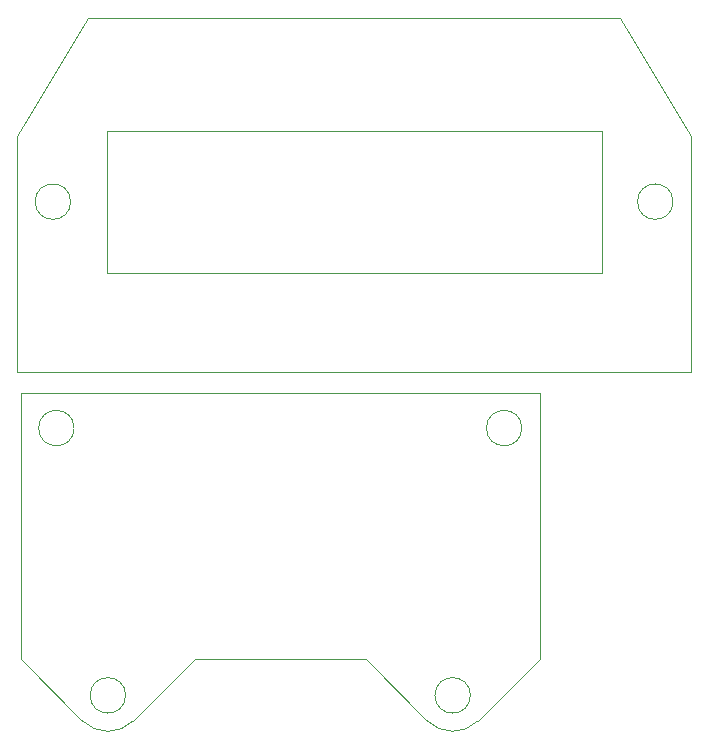
<source format=gbr>
G04 #@! TF.FileFunction,Profile,NP*
%FSLAX46Y46*%
G04 Gerber Fmt 4.6, Leading zero omitted, Abs format (unit mm)*
G04 Created by KiCad (PCBNEW 4.0.7) date 04/10/18 01:58:47*
%MOMM*%
%LPD*%
G01*
G04 APERTURE LIST*
%ADD10C,0.100000*%
G04 APERTURE END LIST*
D10*
X151976100Y-76261151D02*
X151976100Y-88261151D01*
X110066100Y-76261151D02*
X151976100Y-76261151D01*
X110066100Y-88261151D02*
X110066100Y-76261151D01*
X151976100Y-88261151D02*
X110066100Y-88261151D01*
X108521100Y-66689421D02*
X102521100Y-76689421D01*
X153521100Y-66689421D02*
X108521100Y-66689421D01*
X159521100Y-76689421D02*
X153521100Y-66689421D01*
X159521100Y-96689421D02*
X159521100Y-76689421D01*
X102521100Y-96689421D02*
X159521100Y-96689421D01*
X102521100Y-76689421D02*
X102521100Y-96689421D01*
X107021100Y-82261151D02*
G75*
G03X107021100Y-82261151I-1500000J0D01*
G01*
X158021100Y-82261151D02*
G75*
G03X158021100Y-82261151I-1500000J0D01*
G01*
X140867577Y-124059055D02*
G75*
G03X140867577Y-124059055I-1500000J0D01*
G01*
X111674623Y-124059055D02*
G75*
G03X111674623Y-124059055I-1500000J0D01*
G01*
X145226100Y-101427779D02*
G75*
G03X145226100Y-101427779I-1500000J0D01*
G01*
X107316100Y-101427779D02*
G75*
G03X107316100Y-101427779I-1500000J0D01*
G01*
X117533146Y-121011055D02*
X112329884Y-126214317D01*
X112329885Y-126214317D02*
G75*
G02X108019361Y-126214317I-2155262J2155262D01*
G01*
X108019361Y-126214317D02*
X102816100Y-121011055D01*
X102816100Y-121011055D02*
X102816100Y-98427779D01*
X102816100Y-98427779D02*
X146726100Y-98427779D01*
X146726100Y-121011055D02*
X146726100Y-98427779D01*
X146726100Y-121011055D02*
X141522839Y-126214317D01*
X141522839Y-126214316D02*
G75*
G02X137212316Y-126214317I-2155262J2155261D01*
G01*
X137212316Y-126214317D02*
X132009054Y-121011055D01*
X132009054Y-121011055D02*
X117533146Y-121011055D01*
M02*

</source>
